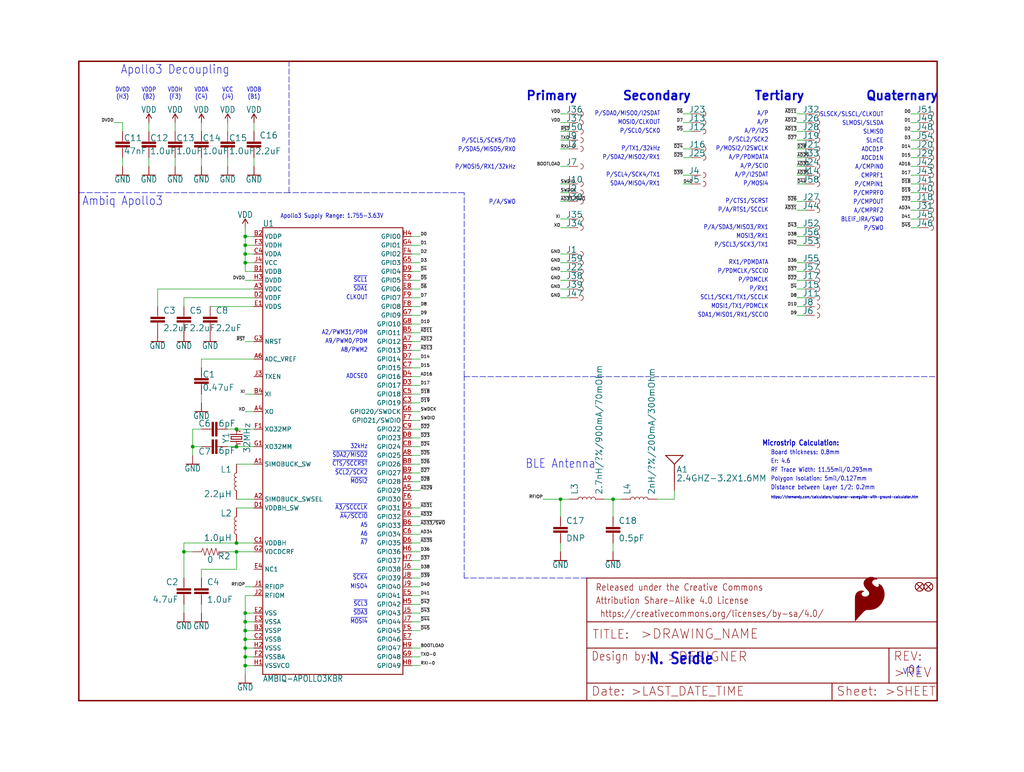
<source format=kicad_sch>
(kicad_sch (version 20211123) (generator eeschema)
  (paper "User" 297.002 223.926)
  (junction (at 68.58 129.54))
  (junction (at 71.12 76.2))
  (junction (at 71.12 185.42))
  (junction (at 68.58 160.02))
  (junction (at 71.12 187.96))
  (junction (at 71.12 193.04))
  (junction (at 53.34 160.02))
  (junction (at 71.12 68.58))
  (junction (at 71.12 177.8))
  (junction (at 55.88 129.54))
  (junction (at 71.12 71.12))
  (junction (at 71.12 73.66))
  (junction (at 162.56 144.78))
  (junction (at 71.12 180.34))
  (junction (at 71.12 190.5))
  (junction (at 177.8 144.78))
  (junction (at 68.58 124.46))
  (junction (at 71.12 182.88))
  (junction (at 68.58 157.48))
  (wire (pts (xy 233.68 48.26) (xy 231.14 48.26)))
  (polyline (pts (xy 134.62 109.22) (xy 134.62 55.88)))
  (wire (pts (xy 165.1 40.64) (xy 162.56 40.64)))
  (polyline (pts (xy 83.82 55.88) (xy 83.82 17.78)))
  (wire (pts (xy 35.56 38.1) (xy 35.56 35.56)))
  (wire (pts (xy 71.12 73.66) (xy 71.12 71.12)))
  (wire (pts (xy 233.68 38.1) (xy 231.14 38.1)))
  (wire (pts (xy 119.38 142.24) (xy 121.92 142.24)))
  (wire (pts (xy 165.1 58.42) (xy 162.56 58.42)))
  (wire (pts (xy 119.38 180.34) (xy 121.92 180.34)))
  (wire (pts (xy 233.68 50.8) (xy 231.14 50.8)))
  (wire (pts (xy 266.7 58.42) (xy 264.16 58.42)))
  (wire (pts (xy 73.66 134.62) (xy 68.58 134.62)))
  (wire (pts (xy 119.38 96.52) (xy 121.92 96.52)))
  (wire (pts (xy 233.68 78.74) (xy 231.14 78.74)))
  (wire (pts (xy 119.38 76.2) (xy 121.92 76.2)))
  (wire (pts (xy 73.66 124.46) (xy 68.58 124.46)))
  (wire (pts (xy 43.18 35.56) (xy 43.18 38.1)))
  (wire (pts (xy 71.12 193.04) (xy 71.12 195.58)))
  (wire (pts (xy 266.7 43.18) (xy 264.16 43.18)))
  (wire (pts (xy 266.7 38.1) (xy 264.16 38.1)))
  (wire (pts (xy 119.38 116.84) (xy 121.92 116.84)))
  (wire (pts (xy 55.88 129.54) (xy 55.88 132.08)))
  (wire (pts (xy 73.66 119.38) (xy 71.12 119.38)))
  (wire (pts (xy 71.12 185.42) (xy 71.12 187.96)))
  (wire (pts (xy 73.66 180.34) (xy 71.12 180.34)))
  (wire (pts (xy 165.1 83.82) (xy 162.56 83.82)))
  (wire (pts (xy 266.7 40.64) (xy 264.16 40.64)))
  (wire (pts (xy 157.48 144.78) (xy 162.56 144.78)))
  (wire (pts (xy 119.38 162.56) (xy 121.92 162.56)))
  (wire (pts (xy 233.68 53.34) (xy 231.14 53.34)))
  (wire (pts (xy 58.42 124.46) (xy 55.88 124.46)))
  (wire (pts (xy 165.1 144.78) (xy 162.56 144.78)))
  (wire (pts (xy 162.56 144.78) (xy 162.56 149.86)))
  (wire (pts (xy 266.7 50.8) (xy 264.16 50.8)))
  (wire (pts (xy 119.38 124.46) (xy 121.92 124.46)))
  (wire (pts (xy 73.66 182.88) (xy 71.12 182.88)))
  (wire (pts (xy 119.38 152.4) (xy 121.92 152.4)))
  (wire (pts (xy 165.1 35.56) (xy 162.56 35.56)))
  (wire (pts (xy 53.34 177.8) (xy 53.34 175.26)))
  (wire (pts (xy 165.1 86.36) (xy 162.56 86.36)))
  (wire (pts (xy 119.38 147.32) (xy 121.92 147.32)))
  (wire (pts (xy 165.1 43.18) (xy 162.56 43.18)))
  (wire (pts (xy 233.68 35.56) (xy 231.14 35.56)))
  (wire (pts (xy 58.42 116.84) (xy 58.42 114.3)))
  (wire (pts (xy 73.66 147.32) (xy 68.58 147.32)))
  (wire (pts (xy 73.66 177.8) (xy 71.12 177.8)))
  (wire (pts (xy 233.68 45.72) (xy 231.14 45.72)))
  (wire (pts (xy 71.12 182.88) (xy 71.12 185.42)))
  (wire (pts (xy 200.66 53.34) (xy 198.12 53.34)))
  (wire (pts (xy 71.12 187.96) (xy 71.12 190.5)))
  (wire (pts (xy 73.66 187.96) (xy 71.12 187.96)))
  (wire (pts (xy 119.38 160.02) (xy 121.92 160.02)))
  (wire (pts (xy 73.66 71.12) (xy 71.12 71.12)))
  (wire (pts (xy 55.88 124.46) (xy 55.88 129.54)))
  (wire (pts (xy 233.68 71.12) (xy 231.14 71.12)))
  (polyline (pts (xy 134.62 167.64) (xy 134.62 109.22)))
  (wire (pts (xy 233.68 86.36) (xy 231.14 86.36)))
  (wire (pts (xy 119.38 190.5) (xy 121.92 190.5)))
  (wire (pts (xy 165.1 38.1) (xy 162.56 38.1)))
  (wire (pts (xy 119.38 187.96) (xy 121.92 187.96)))
  (wire (pts (xy 119.38 172.72) (xy 121.92 172.72)))
  (wire (pts (xy 200.66 35.56) (xy 198.12 35.56)))
  (wire (pts (xy 73.66 172.72) (xy 71.12 172.72)))
  (wire (pts (xy 119.38 121.92) (xy 121.92 121.92)))
  (wire (pts (xy 165.1 33.02) (xy 162.56 33.02)))
  (wire (pts (xy 200.66 33.02) (xy 198.12 33.02)))
  (wire (pts (xy 266.7 45.72) (xy 264.16 45.72)))
  (wire (pts (xy 119.38 134.62) (xy 121.92 134.62)))
  (wire (pts (xy 68.58 129.54) (xy 66.04 129.54)))
  (wire (pts (xy 119.38 165.1) (xy 121.92 165.1)))
  (wire (pts (xy 50.8 48.26) (xy 50.8 45.72)))
  (wire (pts (xy 73.66 129.54) (xy 68.58 129.54)))
  (wire (pts (xy 119.38 182.88) (xy 121.92 182.88)))
  (wire (pts (xy 162.56 160.02) (xy 162.56 157.48)))
  (wire (pts (xy 119.38 149.86) (xy 121.92 149.86)))
  (wire (pts (xy 71.12 68.58) (xy 71.12 66.04)))
  (wire (pts (xy 165.1 55.88) (xy 162.56 55.88)))
  (polyline (pts (xy 170.18 167.64) (xy 134.62 167.64)))
  (wire (pts (xy 73.66 68.58) (xy 71.12 68.58)))
  (wire (pts (xy 233.68 83.82) (xy 231.14 83.82)))
  (wire (pts (xy 165.1 81.28) (xy 162.56 81.28)))
  (wire (pts (xy 162.56 48.26) (xy 165.1 48.26)))
  (wire (pts (xy 165.1 78.74) (xy 162.56 78.74)))
  (wire (pts (xy 200.66 45.72) (xy 198.12 45.72)))
  (wire (pts (xy 73.66 73.66) (xy 71.12 73.66)))
  (wire (pts (xy 233.68 58.42) (xy 231.14 58.42)))
  (wire (pts (xy 119.38 170.18) (xy 121.92 170.18)))
  (wire (pts (xy 73.66 193.04) (xy 71.12 193.04)))
  (wire (pts (xy 266.7 35.56) (xy 264.16 35.56)))
  (wire (pts (xy 119.38 93.98) (xy 121.92 93.98)))
  (wire (pts (xy 73.66 114.3) (xy 71.12 114.3)))
  (wire (pts (xy 71.12 180.34) (xy 71.12 182.88)))
  (wire (pts (xy 119.38 157.48) (xy 121.92 157.48)))
  (wire (pts (xy 71.12 76.2) (xy 71.12 73.66)))
  (wire (pts (xy 73.66 86.36) (xy 53.34 86.36)))
  (wire (pts (xy 73.66 83.82) (xy 45.72 83.82)))
  (wire (pts (xy 73.66 144.78) (xy 68.58 144.78)))
  (wire (pts (xy 233.68 91.44) (xy 231.14 91.44)))
  (wire (pts (xy 119.38 68.58) (xy 121.92 68.58)))
  (wire (pts (xy 73.66 170.18) (xy 71.12 170.18)))
  (wire (pts (xy 55.88 160.02) (xy 53.34 160.02)))
  (wire (pts (xy 119.38 106.68) (xy 121.92 106.68)))
  (wire (pts (xy 121.92 129.54) (xy 119.38 129.54)))
  (wire (pts (xy 165.1 66.04) (xy 162.56 66.04)))
  (wire (pts (xy 119.38 175.26) (xy 121.92 175.26)))
  (wire (pts (xy 43.18 48.26) (xy 43.18 45.72)))
  (wire (pts (xy 119.38 78.74) (xy 121.92 78.74)))
  (wire (pts (xy 119.38 73.66) (xy 121.92 73.66)))
  (wire (pts (xy 233.68 76.2) (xy 231.14 76.2)))
  (wire (pts (xy 266.7 53.34) (xy 264.16 53.34)))
  (wire (pts (xy 233.68 68.58) (xy 231.14 68.58)))
  (wire (pts (xy 68.58 165.1) (xy 58.42 165.1)))
  (wire (pts (xy 165.1 53.34) (xy 162.56 53.34)))
  (wire (pts (xy 266.7 55.88) (xy 264.16 55.88)))
  (wire (pts (xy 121.92 81.28) (xy 119.38 81.28)))
  (wire (pts (xy 233.68 40.64) (xy 231.14 40.64)))
  (wire (pts (xy 266.7 33.02) (xy 264.16 33.02)))
  (wire (pts (xy 177.8 144.78) (xy 180.34 144.78)))
  (wire (pts (xy 119.38 91.44) (xy 121.92 91.44)))
  (wire (pts (xy 119.38 71.12) (xy 121.92 71.12)))
  (wire (pts (xy 58.42 129.54) (xy 55.88 129.54)))
  (wire (pts (xy 35.56 48.26) (xy 35.56 45.72)))
  (wire (pts (xy 119.38 132.08) (xy 121.92 132.08)))
  (wire (pts (xy 233.68 88.9) (xy 231.14 88.9)))
  (wire (pts (xy 266.7 63.5) (xy 264.16 63.5)))
  (wire (pts (xy 53.34 160.02) (xy 53.34 167.64)))
  (wire (pts (xy 165.1 63.5) (xy 162.56 63.5)))
  (wire (pts (xy 68.58 160.02) (xy 68.58 165.1)))
  (wire (pts (xy 121.92 167.64) (xy 119.38 167.64)))
  (wire (pts (xy 119.38 83.82) (xy 121.92 83.82)))
  (wire (pts (xy 50.8 35.56) (xy 50.8 38.1)))
  (wire (pts (xy 119.38 139.7) (xy 121.92 139.7)))
  (polyline (pts (xy 22.86 55.88) (xy 83.82 55.88)))
  (wire (pts (xy 73.66 160.02) (xy 68.58 160.02)))
  (wire (pts (xy 190.5 144.78) (xy 195.58 144.78)))
  (wire (pts (xy 195.58 144.78) (xy 195.58 142.24)))
  (wire (pts (xy 233.68 60.96) (xy 231.14 60.96)))
  (wire (pts (xy 66.04 35.56) (xy 66.04 38.1)))
  (wire (pts (xy 73.66 48.26) (xy 73.66 45.72)))
  (wire (pts (xy 58.42 165.1) (xy 58.42 167.64)))
  (wire (pts (xy 119.38 127) (xy 121.92 127)))
  (wire (pts (xy 73.66 35.56) (xy 73.66 38.1)))
  (wire (pts (xy 119.38 111.76) (xy 121.92 111.76)))
  (wire (pts (xy 73.66 76.2) (xy 71.12 76.2)))
  (wire (pts (xy 200.66 50.8) (xy 198.12 50.8)))
  (polyline (pts (xy 134.62 55.88) (xy 83.82 55.88)))
  (wire (pts (xy 58.42 104.14) (xy 58.42 106.68)))
  (wire (pts (xy 177.8 149.86) (xy 177.8 144.78)))
  (wire (pts (xy 68.58 124.46) (xy 66.04 124.46)))
  (wire (pts (xy 119.38 154.94) (xy 121.92 154.94)))
  (wire (pts (xy 58.42 177.8) (xy 58.42 175.26)))
  (wire (pts (xy 177.8 160.02) (xy 177.8 157.48)))
  (wire (pts (xy 53.34 160.02) (xy 53.34 157.48)))
  (wire (pts (xy 200.66 43.18) (xy 198.12 43.18)))
  (wire (pts (xy 175.26 144.78) (xy 177.8 144.78)))
  (wire (pts (xy 119.38 193.04) (xy 121.92 193.04)))
  (wire (pts (xy 58.42 35.56) (xy 58.42 38.1)))
  (wire (pts (xy 119.38 104.14) (xy 121.92 104.14)))
  (wire (pts (xy 71.12 78.74) (xy 71.12 76.2)))
  (wire (pts (xy 73.66 185.42) (xy 71.12 185.42)))
  (wire (pts (xy 73.66 99.06) (xy 71.12 99.06)))
  (wire (pts (xy 71.12 190.5) (xy 71.12 193.04)))
  (wire (pts (xy 71.12 71.12) (xy 71.12 68.58)))
  (wire (pts (xy 233.68 43.18) (xy 231.14 43.18)))
  (wire (pts (xy 266.7 60.96) (xy 264.16 60.96)))
  (wire (pts (xy 71.12 177.8) (xy 71.12 180.34)))
  (wire (pts (xy 73.66 104.14) (xy 58.42 104.14)))
  (wire (pts (xy 233.68 33.02) (xy 231.14 33.02)))
  (wire (pts (xy 33.02 35.56) (xy 35.56 35.56)))
  (wire (pts (xy 73.66 157.48) (xy 68.58 157.48)))
  (wire (pts (xy 233.68 81.28) (xy 231.14 81.28)))
  (wire (pts (xy 73.66 78.74) (xy 71.12 78.74)))
  (wire (pts (xy 66.04 48.26) (xy 66.04 45.72)))
  (wire (pts (xy 233.68 66.04) (xy 231.14 66.04)))
  (wire (pts (xy 71.12 172.72) (xy 71.12 177.8)))
  (wire (pts (xy 68.58 160.02) (xy 66.04 160.02)))
  (wire (pts (xy 165.1 73.66) (xy 162.56 73.66)))
  (wire (pts (xy 119.38 114.3) (xy 121.92 114.3)))
  (wire (pts (xy 119.38 101.6) (xy 121.92 101.6)))
  (wire (pts (xy 71.12 190.5) (xy 73.66 190.5)))
  (polyline (pts (xy 134.62 109.22) (xy 271.78 109.22)))
  (wire (pts (xy 58.42 48.26) (xy 58.42 45.72)))
  (wire (pts (xy 73.66 81.28) (xy 71.12 81.28)))
  (wire (pts (xy 73.66 88.9) (xy 60.96 88.9)))
  (wire (pts (xy 200.66 38.1) (xy 198.12 38.1)))
  (wire (pts (xy 119.38 137.16) (xy 121.92 137.16)))
  (wire (pts (xy 53.34 86.36) (xy 53.34 88.9)))
  (wire (pts (xy 119.38 86.36) (xy 121.92 86.36)))
  (wire (pts (xy 119.38 119.38) (xy 121.92 119.38)))
  (wire (pts (xy 119.38 88.9) (xy 121.92 88.9)))
  (wire (pts (xy 119.38 109.22) (xy 121.92 109.22)))
  (wire (pts (xy 119.38 99.06) (xy 121.92 99.06)))
  (wire (pts (xy 45.72 83.82) (xy 45.72 88.9)))
  (wire (pts (xy 266.7 66.04) (xy 264.16 66.04)))
  (wire (pts (xy 119.38 177.8) (xy 121.92 177.8)))
  (wire (pts (xy 266.7 48.26) (xy 264.16 48.26)))
  (wire (pts (xy 68.58 157.48) (xy 53.34 157.48)))
  (wire (pts (xy 165.1 76.2) (xy 162.56 76.2)))
  (text "~{SCL1}" (at 106.68 81.28 180) (effects (font (size 1.27 1.0795)) (justify right)))
  (text "~{A7}" (at 106.68 157.48 180) (effects (font (size 1.27 1.0795)) (justify right)))
  (text "~{SCL3}" (at 106.68 175.26 180) (effects (font (size 1.27 1.0795)) (justify right)))
  (text "~" (at 106.68 142.24 180) (effects (font (size 1.27 1.0795)) (justify right)))
  (text "P/SCL3/SCK3/TX1" (at 222.885 71.12 180) (effects (font (size 1.27 1.0795)) (justify right)))
  (text "Secondary" (at 190.5 27.94 180) (effects (font (size 2.54 2.54) (thickness 0.508) bold)))
  (text "P/MOSI2/I2SWCLK" (at 222.885 43.18 180) (effects (font (size 1.27 1.0795)) (justify right)))
  (text "32kHz" (at 106.68 129.54 180) (effects (font (size 1.27 1.0795)) (justify right)))
  (text "P/CTS1/SCRST" (at 222.885 58.42 180) (effects (font (size 1.27 1.0795)) (justify right)))
  (text "VCC\n(J4)" (at 66.04 25.4 180) (effects (font (size 1.27 1.0795)) (justify top)))
  (text "Tertiary" (at 226.06 27.94 180) (effects (font (size 2.54 2.54) (thickness 0.508) bold)))
  (text "RF Trace Width: 11.55mil/0.293mm" (at 223.52 137.16 180) (effects (font (size 1.27 1.0795)) (justify left bottom)))
  (text "DVDD\n(H3)" (at 35.56 25.4 180) (effects (font (size 1.27 1.0795)) (justify top)))
  (text "~" (at 106.68 78.74 180) (effects (font (size 1.27 1.0795)) (justify right)))
  (text "P/TX1/32kHz" (at 191.516 43.18 180) (effects (font (size 1.27 1.0795)) (justify right)))
  (text "Ambiq Apollo3" (at 35.56 58.42 180) (effects (font (size 2.54 2.159))))
  (text "Polygon Isolation: 5mil/0.127mm" (at 223.52 139.7 180) (effects (font (size 1.27 1.0795)) (justify left bottom)))
  (text "BLEIF_IRA/SWO" (at 256.286 63.754 180) (effects (font (size 1.27 1.0795)) (justify right)))
  (text "ADCD1N" (at 256.286 45.974 180) (effects (font (size 1.27 1.0795)) (justify right)))
  (text "Distance between Layer 1/2: 0.2mm" (at 223.52 142.24 180) (effects (font (size 1.27 1.0795)) (justify left bottom)))
  (text "SCL1/SCK1/TX1/SCCLK" (at 222.885 86.36 180) (effects (font (size 1.27 1.0795)) (justify right)))
  (text "v01" (at 261.62 193.04 180) (effects (font (size 2.54 2.159)) (justify left top)))
  (text "VDDA\n(C4)" (at 58.42 25.4 180) (effects (font (size 1.27 1.0795)) (justify top)))
  (text "A/P/SCIO" (at 222.885 48.26 180) (effects (font (size 1.27 1.0795)) (justify right)))
  (text "CLKOUT" (at 106.68 86.36 180) (effects (font (size 1.27 1.0795)) (justify right)))
  (text "A5" (at 106.68 152.4 180) (effects (font (size 1.27 1.0795)) (justify right)))
  (text "P/PDMCLK" (at 222.885 81.28 180) (effects (font (size 1.27 1.0795)) (justify right)))
  (text "P/SCL2/SCK2" (at 222.885 40.64 180) (effects (font (size 1.27 1.0795)) (justify right)))
  (text "SLSCK/SLSCL/CLKOUT" (at 256.286 33.274 180) (effects (font (size 1.27 1.0795)) (justify right)))
  (text "SLMISO" (at 256.286 38.354 180) (effects (font (size 1.27 1.0795)) (justify right)))
  (text "MOSI0/CLKOUT" (at 191.516 35.56 180) (effects (font (size 1.27 1.0795)) (justify right)))
  (text "A/P" (at 222.885 35.56 180) (effects (font (size 1.27 1.0795)) (justify right)))
  (text "Board thickness: 0.8mm" (at 223.52 132.08 180) (effects (font (size 1.27 1.0795)) (justify left bottom)))
  (text "BLE Antenna" (at 162.56 134.62 180) (effects (font (size 2.54 2.159))))
  (text "~" (at 106.68 182.88 180) (effects (font (size 1.27 1.0795)) (justify right)))
  (text "~{SDA2/MISO2}" (at 106.68 132.08 180) (effects (font (size 1.27 1.0795)) (justify right)))
  (text "P/A/RTS1/SCCLK" (at 222.885 60.96 180) (effects (font (size 1.27 1.0795)) (justify right)))
  (text "Microstrip Calculation:" (at 220.98 129.54 180) (effects (font (size 1.524 1.2954) (thickness 0.2591) bold) (justify left bottom)))
  (text "https://chemandy.com/calculators/coplanar-waveguide-with-ground-calculator.htm" (at 223.52 144.78 0) (effects (font (size 0.762 0.6477)) (justify left bottom)))
  (text "VDDP\n(B2)" (at 43.18 25.4 180) (effects (font (size 1.27 1.0795)) (justify top)))
  (text "P/PDMCLK/SCCIO" (at 222.885 78.74 180) (effects (font (size 1.27 1.0795)) (justify right)))
  (text "A8/PWM2" (at 106.68 101.6 180) (effects (font (size 1.27 1.0795)) (justify right)))
  (text "ADCD1P" (at 256.286 43.434 180) (effects (font (size 1.27 1.0795)) (justify right)))
  (text "P/A/SWO" (at 149.606 58.674 180) (effects (font (size 1.27 1.0795)) (justify right)))
  (text "P/CMPRF0" (at 256.286 56.134 180) (effects (font (size 1.27 1.0795)) (justify right)))
  (text "~{A4/SCCIO}" (at 106.68 149.86 180) (effects (font (size 1.27 1.0795)) (justify right)))
  (text "P/CMPIN1" (at 256.286 53.594 180) (effects (font (size 1.27 1.0795)) (justify right)))
  (text "Apollo3 Decoupling" (at 50.8 20.32 180) (effects (font (size 2.54 2.159))))
  (text "~{A3/SCCCLK}" (at 106.68 147.32 180) (effects (font (size 1.27 1.0795)) (justify right)))
  (text "~{SCL2/SCK2}" (at 106.68 137.16 180) (effects (font (size 1.27 1.0795)) (justify right)))
  (text "SDA1/MISO1/RX1/SCCIO" (at 222.885 91.44 180) (effects (font (size 1.27 1.0795)) (justify right)))
  (text "~" (at 106.68 187.96 180) (effects (font (size 1.27 1.0795)) (justify right)))
  (text "VDDB\n(B1)" (at 73.66 25.4 180) (effects (font (size 1.27 1.0795)) (justify top)))
  (text "Apollo3 Supply Range: 1.755-3.63V" (at 81.28 63.5 180) (effects (font (size 1.27 1.0795)) (justify left bottom)))
  (text "A/P/PDMDATA" (at 222.885 45.72 180) (effects (font (size 1.27 1.0795)) (justify right)))
  (text "ADCSE0" (at 106.68 109.22 180) (effects (font (size 1.27 1.0795)) (justify right)))
  (text "A/P" (at 222.885 33.02 180) (effects (font (size 1.27 1.0795)) (justify right)))
  (text "A/P/I2S" (at 222.885 38.1 180) (effects (font (size 1.27 1.0795)) (justify right)))
  (text "MISO4" (at 106.68 170.18 180) (effects (font (size 1.27 1.0795)) (justify right)))
  (text "VDDH\n(F3)" (at 50.8 25.4 180) (effects (font (size 1.27 1.0795)) (justify top)))
  (text "P/CMPOUT" (at 256.286 58.674 180) (effects (font (size 1.27 1.0795)) (justify right)))
  (text "P/SDA5/MISO5/RX0" (at 149.606 43.434 180) (effects (font (size 1.27 1.0795)) (justify right)))
  (text "Primary" (at 160.02 27.94 180) (effects (font (size 2.54 2.54) (thickness 0.508) bold)))
  (text "A/CMPIN0" (at 256.286 48.514 180) (effects (font (size 1.27 1.0795)) (justify right)))
  (text "Quaternary" (at 261.62 27.94 180) (effects (font (size 2.54 2.54) (thickness 0.508) bold)))
  (text "SLMOSI/SLSDA" (at 256.286 35.814 180) (effects (font (size 1.27 1.0795)) (justify right)))
  (text "A/CMPRF2" (at 256.286 61.214 180) (effects (font (size 1.27 1.0795)) (justify right)))
  (text "P/A/SDA3/MISO3/RX1" (at 222.885 66.04 180) (effects (font (size 1.27 1.0795)) (justify right)))
  (text "~{SDA3}" (at 106.68 177.8 180) (effects (font (size 1.27 1.0795)) (justify right)))
  (text "P/MOSI4" (at 222.885 53.34 180) (effects (font (size 1.27 1.0795)) (justify right)))
  (text "P/SCL5/SCK5/TX0" (at 149.606 40.894 180) (effects (font (size 1.27 1.0795)) (justify right)))
  (text "~{SCK4}" (at 106.68 167.64 180) (effects (font (size 1.27 1.0795)) (justify right)))
  (text "P/SWO" (at 256.286 66.294 180) (effects (font (size 1.27 1.0795)) (justify right)))
  (text "SDA4/MISO4/RX1" (at 191.516 53.34 180) (effects (font (size 1.27 1.0795)) (justify right)))
  (text "RX1/PDMDATA" (at 222.885 76.2 180) (effects (font (size 1.27 1.0795)) (justify right)))
  (text "A/P/I2SDAT" (at 222.885 50.8 180) (effects (font (size 1.27 1.0795)) (justify right)))
  (text "A9/PWM0/PDM" (at 106.68 99.06 180) (effects (font (size 1.27 1.0795)) (justify right)))
  (text "P/SCL4/SCK4/TX1" (at 191.516 50.8 180) (effects (font (size 1.27 1.0795)) (justify right)))
  (text "P/SCL0/SCK0" (at 191.516 38.1 180) (effects (font (size 1.27 1.0795)) (justify right)))
  (text "P/SDA0/MISO0/I2SDAT" (at 191.516 33.02 180) (effects (font (size 1.27 1.0795)) (justify right)))
  (text "SLnCE" (at 256.286 40.894 180) (effects (font (size 1.27 1.0795)) (justify right)))
  (text "P/SDA2/MISO2/RX1" (at 191.516 45.72 180) (effects (font (size 1.27 1.0795)) (justify right)))
  (text "~{MOSI2}" (at 106.68 139.7 180) (effects (font (size 1.27 1.0795)) (justify right)))
  (text "~{CTS/SCCRST}" (at 106.68 134.62 180) (effects (font (size 1.27 1.0795)) (justify right)))
  (text "N. Seidle" (at 187.96 193.04 180) (effects (font (size 3.175 2.6987) (thickness 0.5397) bold) (justify left bottom)))
  (text "MOSI3/RX1" (at 222.885 68.58 180) (effects (font (size 1.27 1.0795)) (justify right)))
  (text "P/MOSI5/RX1/32kHz" (at 149.606 48.514 180) (effects (font (size 1.27 1.0795)) (justify right)))
  (text "Er: 4.6" (at 223.52 134.62 180) (effects (font (size 1.27 1.0795)) (justify left bottom)))
  (text "CMPRF1" (at 256.286 51.054 180) (effects (font (size 1.27 1.0795)) (justify right)))
  (text "MOSI1/TX1/PDMCLK" (at 222.885 88.9 180) (effects (font (size 1.27 1.0795)) (justify right)))
  (text "A6" (at 106.68 154.94 180) (effects (font (size 1.27 1.0795)) (justify right)))
  (text "A2/PWM31/PDM" (at 106.68 96.52 180) (effects (font (size 1.27 1.0795)) (justify right)))
  (text "~{MOSI4}" (at 106.68 180.34 180) (effects (font (size 1.27 1.0795)) (justify right)))
  (text "P/RX1" (at 222.885 83.82 180) (effects (font (size 1.27 1.0795)) (justify right)))
  (text "~{SDA1}" (at 106.68 83.82 180) (effects (font (size 1.27 1.0795)) (justify right)))
  (label "D1" (at 264.16 35.56 180) (effects (font (size 0.889 0.889))))
  (label "D14" (at 264.16 43.18 180) (effects (font (size 0.889 0.889))))
  (label "D40" (at 121.92 170.18 0) (effects (font (size 0.889 0.889))))
  (label "D0" (at 121.92 68.58 0) (effects (font (size 0.889 0.889))))
  (label "RFIOP" (at 71.12 170.18 180) (effects (font (size 0.889 0.889))))
  (label "D40" (at 198.12 53.34 0) (effects (font (size 0.889 0.889))))
  (label "D7" (at 121.92 86.36 0) (effects (font (size 0.889 0.889))))
  (label "D17" (at 264.16 50.8 180) (effects (font (size 0.889 0.889))))
  (label "~{AD12}" (at 121.92 99.06 0) (effects (font (size 0.889 0.889))))
  (label "~{AD32}" (at 121.92 149.86 0) (effects (font (size 0.889 0.889))))
  (label "~{AD35}" (at 231.14 50.8 0) (effects (font (size 0.889 0.889))))
  (label "~{AD29}" (at 231.14 45.72 0) (effects (font (size 0.889 0.889))))
  (label "~{AD31}" (at 121.92 147.32 0) (effects (font (size 0.889 0.889))))
  (label "~{AD12}" (at 231.14 35.56 180) (effects (font (size 0.889 0.889))))
  (label "~{D24}" (at 198.12 43.18 180) (effects (font (size 0.889 0.889))))
  (label "~{D22}" (at 231.14 81.28 180) (effects (font (size 0.889 0.889))))
  (label "~{AD33/SWO}" (at 162.56 58.42 0) (effects (font (size 0.889 0.889))))
  (label "D9" (at 231.14 91.44 180) (effects (font (size 0.889 0.889))))
  (label "~{D26}" (at 231.14 58.42 180) (effects (font (size 0.889 0.889))))
  (label "~{D43}" (at 121.92 177.8 0) (effects (font (size 0.889 0.889))))
  (label "~{D6}" (at 121.92 83.82 0) (effects (font (size 0.889 0.889))))
  (label "D0" (at 264.16 33.02 180) (effects (font (size 0.889 0.889))))
  (label "GND" (at 162.56 81.28 180) (effects (font (size 0.889 0.889))))
  (label "DVDD" (at 71.12 81.28 180) (effects (font (size 0.889 0.889))))
  (label "BOOTLOAD" (at 162.56 48.26 180) (effects (font (size 0.889 0.889))))
  (label "~{AD11}" (at 231.14 33.02 180) (effects (font (size 0.889 0.889))))
  (label "~{D5}" (at 121.92 81.28 0) (effects (font (size 0.889 0.889))))
  (label "~{D4}" (at 121.92 78.74 0) (effects (font (size 0.889 0.889))))
  (label "D3" (at 121.92 76.2 0) (effects (font (size 0.889 0.889))))
  (label "D8" (at 121.92 88.9 0) (effects (font (size 0.889 0.889))))
  (label "~{D23}" (at 121.92 127 0) (effects (font (size 0.889 0.889))))
  (label "~{D44}" (at 121.92 180.34 0) (effects (font (size 0.889 0.889))))
  (label "D9" (at 121.92 91.44 0) (effects (font (size 0.889 0.889))))
  (label "~{AD32}" (at 231.14 48.26 0) (effects (font (size 0.889 0.889))))
  (label "D8" (at 231.14 86.36 180) (effects (font (size 0.889 0.889))))
  (label "AD16" (at 264.16 48.26 180) (effects (font (size 0.889 0.889))))
  (label "SWDCK" (at 121.92 119.38 0) (effects (font (size 0.889 0.889))))
  (label "~{D42}" (at 231.14 71.12 180) (effects (font (size 0.889 0.889))))
  (label "GND" (at 162.56 78.74 180) (effects (font (size 0.889 0.889))))
  (label "RXI-0" (at 162.56 43.18 0) (effects (font (size 0.889 0.889))))
  (label "D1" (at 121.92 71.12 0) (effects (font (size 0.889 0.889))))
  (label "D14" (at 121.92 104.14 0) (effects (font (size 0.889 0.889))))
  (label "AD34" (at 264.16 60.96 180) (effects (font (size 0.889 0.889))))
  (label "~{AD11}" (at 121.92 96.52 0) (effects (font (size 0.889 0.889))))
  (label "~{D4}" (at 231.14 83.82 180) (effects (font (size 0.889 0.889))))
  (label "D2" (at 121.92 73.66 0) (effects (font (size 0.889 0.889))))
  (label "XO" (at 71.12 119.38 180) (effects (font (size 0.889 0.889))))
  (label "~{D37}" (at 231.14 78.74 180) (effects (font (size 0.889 0.889))))
  (label "~{D39}" (at 121.92 167.64 0) (effects (font (size 0.889 0.889))))
  (label "BOOTLOAD" (at 121.92 187.96 0) (effects (font (size 0.889 0.889))))
  (label "~{D25}" (at 198.12 45.72 180) (effects (font (size 0.889 0.889))))
  (label "XI" (at 162.56 63.5 180) (effects (font (size 0.889 0.889))))
  (label "TXO-0" (at 162.56 40.64 0) (effects (font (size 0.889 0.889))))
  (label "~{AD13}" (at 121.92 101.6 0) (effects (font (size 0.889 0.889))))
  (label "RFIOP" (at 157.48 144.78 180) (effects (font (size 0.889 0.889))))
  (label "D3" (at 264.16 40.64 180) (effects (font (size 0.889 0.889))))
  (label "~{D44}" (at 231.14 53.34 0) (effects (font (size 0.889 0.889))))
  (label "XI" (at 71.12 114.3 180) (effects (font (size 0.889 0.889))))
  (label "D36" (at 121.92 160.02 0) (effects (font (size 0.889 0.889))))
  (label "D38" (at 231.14 68.58 180) (effects (font (size 0.889 0.889))))
  (label "~{D27}" (at 231.14 40.64 180) (effects (font (size 0.889 0.889))))
  (label "~{AD31}" (at 231.14 60.96 180) (effects (font (size 0.889 0.889))))
  (label "VDD" (at 162.56 33.02 180) (effects (font (size 0.889 0.889))))
  (label "~{D5}" (at 198.12 38.1 180) (effects (font (size 0.889 0.889))))
  (label "~{AD33/SWO}" (at 121.92 152.4 0) (effects (font (size 0.889 0.889))))
  (label "DVDD" (at 33.02 35.56 180) (effects (font (size 0.889 0.889))))
  (label "GND" (at 162.56 83.82 180) (effects (font (size 0.889 0.889))))
  (label "~{D28}" (at 231.14 43.18 0) (effects (font (size 0.889 0.889))))
  (label "~{D19}" (at 264.16 55.88 180) (effects (font (size 0.889 0.889))))
  (label "GND" (at 162.56 73.66 180) (effects (font (size 0.889 0.889))))
  (label "D41" (at 121.92 172.72 0) (effects (font (size 0.889 0.889))))
  (label "~{D27}" (at 121.92 137.16 0) (effects (font (size 0.889 0.889))))
  (label "RXI-0" (at 121.92 193.04 0) (effects (font (size 0.889 0.889))))
  (label "AD34" (at 121.92 154.94 0) (effects (font (size 0.889 0.889))))
  (label "GND" (at 162.56 76.2 180) (effects (font (size 0.889 0.889))))
  (label "~{D6}" (at 198.12 33.02 180) (effects (font (size 0.889 0.889))))
  (label "~{RST}" (at 71.12 99.06 180) (effects (font (size 0.889 0.889))))
  (label "~{D24}" (at 121.92 129.54 0) (effects (font (size 0.889 0.889))))
  (label "~{AD35}" (at 121.92 157.48 0) (effects (font (size 0.889 0.889))))
  (label "D17" (at 121.92 111.76 0) (effects (font (size 0.889 0.889))))
  (label "~{D37}" (at 121.92 162.56 0) (effects (font (size 0.889 0.889))))
  (label "GND" (at 162.56 86.36 180) (effects (font (size 0.889 0.889))))
  (label "~{D43}" (at 231.14 66.04 180) (effects (font (size 0.889 0.889))))
  (label "~{D39}" (at 198.12 50.8 180) (effects (font (size 0.889 0.889))))
  (label "~{D19}" (at 121.92 116.84 0) (effects (font (size 0.889 0.889))))
  (label "~{D22}" (at 121.92 124.46 0) (effects (font (size 0.889 0.889))))
  (label "~{D45}" (at 121.92 182.88 0) (effects (font (size 0.889 0.889))))
  (label "~{D23}" (at 264.16 58.42 180) (effects (font (size 0.889 0.889))))
  (label "D41" (at 264.16 63.5 180) (effects (font (size 0.889 0.889))))
  (label "D15" (at 264.16 45.72 180) (effects (font (size 0.889 0.889))))
  (label "D7" (at 198.12 35.56 180) (effects (font (size 0.889 0.889))))
  (label "~{AD13}" (at 231.14 38.1 180) (effects (font (size 0.889 0.889))))
  (label "SWDIO" (at 121.92 121.92 0) (effects (font (size 0.889 0.889))))
  (label "~{D28}" (at 121.92 139.7 0) (effects (font (size 0.889 0.889))))
  (label "D10" (at 231.14 88.9 180) (effects (font (size 0.889 0.889))))
  (label "AD16" (at 121.92 109.22 0) (effects (font (size 0.889 0.889))))
  (label "D10" (at 121.92 93.98 0) (effects (font (size 0.889 0.889))))
  (label "~{D25}" (at 121.92 132.08 0) (effects (font (size 0.889 0.889))))
  (label "D36" (at 231.14 76.2 180) (effects (font (size 0.889 0.889))))
  (label "~{D42}" (at 121.92 175.26 0) (effects (font (size 0.889 0.889))))
  (label "VDD" (at 162.56 35.56 180) (effects (font (size 0.889 0.889))))
  (label "~{D45}" (at 264.16 66.04 180) (effects (font (size 0.889 0.889))))
  (label "~{D26}" (at 121.92 134.62 0) (effects (font (size 0.889 0.889))))
  (label "~{RST}" (at 162.56 38.1 0) (effects (font (size 0.889 0.889))))
  (label "D2" (at 264.16 38.1 180) (effects (font (size 0.889 0.889))))
  (label "D15" (at 121.92 106.68 0) (effects (font (size 0.889 0.889))))
  (label "SWDIO" (at 162.56 53.34 0) (effects (font (size 0.889 0.889))))
  (label "SWDCK" (at 162.56 55.88 0) (effects (font (size 0.889 0.889))))
  (label "D38" (at 121.92 165.1 0) (effects (font (size 0.889 0.889))))
  (label "~{D18}" (at 121.92 114.3 0) (effects (font (size 0.889 0.889))))
  (label "TXO-0" (at 121.92 190.5 0) (effects (font (size 0.889 0.889))))
  (label "~{AD29}" (at 121.92 142.24 0) (effects (font (size 0.889 0.889))))
  (label "~{D18}" (at 264.16 53.34 180) (effects (font (size 0.889 0.889))))
  (label "XO" (at 162.56 66.04 180) (effects (font (size 0.889 0.889))))
  (symbol (lib_id "eagleSchem-eagle-import:PAD.4X.6") (at 165.1 43.18 0) (unit 1)
    (property "Reference" "J3" (at 164.084 42.926 0) (effects (font (size 1.778 1.778)) (justify left bottom)))
    (property "Value" "PAD.4X.6" (effects hide))
    (property "Footprint" "eagleSchem:MODULE_PAD" (effects hide))
  )
  (symbol (lib_id "eagleSchem-eagle-import:1.0UF-0402-TIGHT-16V-10%") (at 50.8 43.18 0) (unit 1)
    (property "Reference" "C13" (at 51.054 41.021 0) (effects (font (size 1.778 1.778)) (justify left bottom)))
    (property "Value" "1.0uF" (at 51.054 42.799 0) (effects (font (size 1.778 1.778)) (justify left top)))
    (property "Footprint" "eagleSchem:0402-TIGHT" (effects hide))
  )
  (symbol (lib_id "eagleSchem-eagle-import:SFE_LOGO_FLAME.05_INCH_INTERNAL") (at 247.65 180.594 0) (unit 1)
    (property "Reference" "LOGO1" (effects hide))
    (property "Value" "SFE_LOGO_FLAME.05_INCH_INTERNAL" (effects hide))
    (property "Footprint" "eagleSchem:SFE_LOGO_FLAME_INTERNAL_0.05" (effects hide))
  )
  (symbol (lib_id "eagleSchem-eagle-import:1.0UF-0402-TIGHT-16V-10%") (at 43.18 43.18 0) (unit 1)
    (property "Reference" "C12" (at 43.434 41.021 0) (effects (font (size 1.778 1.778)) (justify left bottom)))
    (property "Value" "1.0uF" (at 43.434 42.799 0) (effects (font (size 1.778 1.778)) (justify left top)))
    (property "Footprint" "eagleSchem:0402-TIGHT" (effects hide))
  )
  (symbol (lib_id "eagleSchem-eagle-import:PAD.4X.6") (at 165.1 55.88 0) (unit 1)
    (property "Reference" "J2" (at 164.084 55.626 0) (effects (font (size 1.778 1.778)) (justify left bottom)))
    (property "Value" "PAD.4X.6" (effects hide))
    (property "Footprint" "eagleSchem:MODULE_PAD" (effects hide))
  )
  (symbol (lib_id "eagleSchem-eagle-import:FRAME-LETTER") (at 22.86 203.2 0) (unit 1)
    (property "Reference" "FRAME1" (effects hide))
    (property "Value" "FRAME-LETTER" (effects hide))
    (property "Footprint" "eagleSchem:CREATIVE_COMMONS" (effects hide))
  )
  (symbol (lib_id "eagleSchem-eagle-import:PAD.4X.6") (at 266.7 55.88 0) (unit 1)
    (property "Reference" "J40" (at 265.684 55.626 0) (effects (font (size 1.778 1.778)) (justify left bottom)))
    (property "Value" "PAD.4X.6" (effects hide))
    (property "Footprint" "eagleSchem:MODULE_PAD" (effects hide))
  )
  (symbol (lib_id "eagleSchem-eagle-import:FRAME-LETTER") (at 170.18 203.2 0) (unit 2)
    (property "Reference" "FRAME1" (effects hide))
    (property "Value" "FRAME-LETTER" (effects hide))
    (property "Footprint" "eagleSchem:CREATIVE_COMMONS" (effects hide))
  )
  (symbol (lib_id "eagleSchem-eagle-import:1.0UF-0402-TIGHT-16V-10%") (at 66.04 43.18 0) (unit 1)
    (property "Reference" "C15" (at 66.294 41.021 0) (effects (font (size 1.778 1.778)) (justify left bottom)))
    (property "Value" "1.0uF" (at 66.294 42.799 0) (effects (font (size 1.778 1.778)) (justify left top)))
    (property "Footprint" "eagleSchem:0402-TIGHT" (effects hide))
  )
  (symbol (lib_id "eagleSchem-eagle-import:470NF-0402_TIGHT-6.3V-10%-X5R") (at 58.42 111.76 0) (unit 1)
    (property "Reference" "C1" (at 58.674 109.601 0) (effects (font (size 1.778 1.778)) (justify left bottom)))
    (property "Value" "0.47uF" (at 58.674 111.379 0) (effects (font (size 1.778 1.778)) (justify left top)))
    (property "Footprint" "eagleSchem:0402-TIGHT" (effects hide))
  )
  (symbol (lib_id "eagleSchem-eagle-import:PAD.4X.6") (at 266.7 35.56 0) (unit 1)
    (property "Reference" "J49" (at 265.684 35.306 0) (effects (font (size 1.778 1.778)) (justify left bottom)))
    (property "Value" "PAD.4X.6" (effects hide))
    (property "Footprint" "eagleSchem:MODULE_PAD" (effects hide))
  )
  (symbol (lib_id "eagleSchem-eagle-import:PAD.4X.6") (at 266.7 50.8 0) (unit 1)
    (property "Reference" "J43" (at 265.684 50.546 0) (effects (font (size 1.778 1.778)) (justify left bottom)))
    (property "Value" "PAD.4X.6" (effects hide))
    (property "Footprint" "eagleSchem:MODULE_PAD" (effects hide))
  )
  (symbol (lib_id "eagleSchem-eagle-import:GND") (at 35.56 50.8 0) (unit 1)
    (property "Reference" "#GND10" (effects hide))
    (property "Value" "GND" (at 35.56 51.054 0) (effects (font (size 1.778 1.5113)) (justify top)))
    (property "Footprint" "eagleSchem:" (effects hide))
  )
  (symbol (lib_id "eagleSchem-eagle-import:PAD.4X.6") (at 200.66 45.72 0) (unit 1)
    (property "Reference" "J25" (at 199.644 45.466 0) (effects (font (size 1.778 1.778)) (justify left bottom)))
    (property "Value" "PAD.4X.6" (effects hide))
    (property "Footprint" "eagleSchem:MODULE_PAD" (effects hide))
  )
  (symbol (lib_id "eagleSchem-eagle-import:PAD.4X.6") (at 165.1 35.56 0) (unit 1)
    (property "Reference" "J37" (at 164.084 35.306 0) (effects (font (size 1.778 1.778)) (justify left bottom)))
    (property "Value" "PAD.4X.6" (effects hide))
    (property "Footprint" "eagleSchem:MODULE_PAD" (effects hide))
  )
  (symbol (lib_id "eagleSchem-eagle-import:PAD.4X.6") (at 165.1 63.5 0) (unit 1)
    (property "Reference" "J35" (at 164.084 63.246 0) (effects (font (size 1.778 1.778)) (justify left bottom)))
    (property "Value" "PAD.4X.6" (effects hide))
    (property "Footprint" "eagleSchem:MODULE_PAD" (effects hide))
  )
  (symbol (lib_id "eagleSchem-eagle-import:GND") (at 43.18 50.8 0) (unit 1)
    (property "Reference" "#GND11" (effects hide))
    (property "Value" "GND" (at 43.18 51.054 0) (effects (font (size 1.778 1.5113)) (justify top)))
    (property "Footprint" "eagleSchem:" (effects hide))
  )
  (symbol (lib_id "eagleSchem-eagle-import:VDD") (at 50.8 35.56 0) (unit 1)
    (property "Reference" "#SUPPLY8" (effects hide))
    (property "Value" "VDD" (at 50.8 32.766 0) (effects (font (size 1.778 1.5113)) (justify bottom)))
    (property "Footprint" "eagleSchem:" (effects hide))
  )
  (symbol (lib_id "eagleSchem-eagle-import:GND") (at 177.8 162.56 0) (unit 1)
    (property "Reference" "#GND21" (effects hide))
    (property "Value" "GND" (at 177.8 162.814 0) (effects (font (size 1.778 1.5113)) (justify top)))
    (property "Footprint" "eagleSchem:" (effects hide))
  )
  (symbol (lib_id "eagleSchem-eagle-import:GND") (at 58.42 180.34 0) (unit 1)
    (property "Reference" "#GND6" (effects hide))
    (property "Value" "GND" (at 58.42 180.594 0) (effects (font (size 1.778 1.5113)) (justify top)))
    (property "Footprint" "eagleSchem:" (effects hide))
  )
  (symbol (lib_id "eagleSchem-eagle-import:0OHM-0402T-1{slash}10W") (at 60.96 160.02 0) (unit 1)
    (property "Reference" "R2" (at 65.024 160.274 0) (effects (font (size 1.778 1.778)) (justify top)))
    (property "Value" "0" (at 60.96 161.29 0) (effects (font (size 1.778 1.778)) (justify top)))
    (property "Footprint" "eagleSchem:0402-TIGHT" (effects hide))
  )
  (symbol (lib_id "eagleSchem-eagle-import:PAD.4X.6") (at 165.1 66.04 0) (unit 1)
    (property "Reference" "J34" (at 164.084 65.786 0) (effects (font (size 1.778 1.778)) (justify left bottom)))
    (property "Value" "PAD.4X.6" (effects hide))
    (property "Footprint" "eagleSchem:MODULE_PAD" (effects hide))
  )
  (symbol (lib_id "eagleSchem-eagle-import:PAD.4X.6") (at 200.66 33.02 0) (unit 1)
    (property "Reference" "J23" (at 199.644 32.766 0) (effects (font (size 1.778 1.778)) (justify left bottom)))
    (property "Value" "PAD.4X.6" (effects hide))
    (property "Footprint" "eagleSchem:MODULE_PAD" (effects hide))
  )
  (symbol (lib_id "eagleSchem-eagle-import:CRYSTAL-32MHZ-SMD-2.0X1.6MM") (at 68.58 127 90) (unit 1)
    (property "Reference" "Y1" (at 66.548 127 0) (effects (font (size 1.778 1.778)) (justify bottom)))
    (property "Value" "32MHz" (at 70.612 127 0) (effects (font (size 1.778 1.778)) (justify top)))
    (property "Footprint" "eagleSchem:CRYSTAL-SMD-2.0X1.6MM" (effects hide))
  )
  (symbol (lib_id "eagleSchem-eagle-import:PAD.35X.35") (at 165.1 81.28 0) (unit 1)
    (property "Reference" "J38" (at 164.084 81.026 0) (effects (font (size 1.778 1.778)) (justify left bottom)))
    (property "Value" "PAD.35X.35" (effects hide))
    (property "Footprint" "eagleSchem:MODULE_MINI_PAD" (effects hide))
  )
  (symbol (lib_id "eagleSchem-eagle-import:2.2μH-0805_WIDE-2.2μH-1.7A-0.14OHM") (at 68.58 139.7 0) (mirror y) (unit 1)
    (property "Reference" "L1" (at 67.31 137.16 0) (effects (font (size 1.778 1.778)) (justify left bottom)))
    (property "Value" "2.2μH" (at 67.31 142.24 0) (effects (font (size 1.778 1.778)) (justify left top)))
    (property "Footprint" "eagleSchem:0805-WIDE" (effects hide))
  )
  (symbol (lib_id "eagleSchem-eagle-import:ANTENNA2.4GHZ-8.0X1.0MM") (at 195.58 137.16 0) (unit 1)
    (property "Reference" "A1" (at 196.088 137.16 0) (effects (font (size 1.778 1.778)) (justify left bottom)))
    (property "Value" "2.4GHZ-3.2X1.6MM" (at 196.088 139.7 0) (effects (font (size 1.778 1.778)) (justify left bottom)))
    (property "Footprint" "eagleSchem:ANT-2.4GHZ-8.0X1.0MM" (effects hide))
  )
  (symbol (lib_id "eagleSchem-eagle-import:GND") (at 58.42 119.38 0) (unit 1)
    (property "Reference" "#GND2" (effects hide))
    (property "Value" "GND" (at 58.42 119.634 0) (effects (font (size 1.778 1.5113)) (justify top)))
    (property "Footprint" "eagleSchem:" (effects hide))
  )
  (symbol (lib_id "eagleSchem-eagle-import:GND") (at 53.34 99.06 0) (unit 1)
    (property "Reference" "#GND7" (effects hide))
    (property "Value" "GND" (at 53.34 99.314 0) (effects (font (size 1.778 1.5113)) (justify top)))
    (property "Footprint" "eagleSchem:" (effects hide))
  )
  (symbol (lib_id "eagleSchem-eagle-import:PAD.4X.6") (at 233.68 58.42 0) (unit 1)
    (property "Reference" "J27" (at 232.664 58.166 0) (effects (font (size 1.778 1.778)) (justify left bottom)))
    (property "Value" "PAD.4X.6" (effects hide))
    (property "Footprint" "eagleSchem:MODULE_PAD" (effects hide))
  )
  (symbol (lib_id "eagleSchem-eagle-import:PAD.4X.6") (at 233.68 38.1 0) (unit 1)
    (property "Reference" "J28" (at 232.664 37.846 0) (effects (font (size 1.778 1.778)) (justify left bottom)))
    (property "Value" "PAD.4X.6" (effects hide))
    (property "Footprint" "eagleSchem:MODULE_PAD" (effects hide))
  )
  (symbol (lib_id "eagleSchem-eagle-import:1.0μH-0805_WIDE-1.0μH-1.45A-0.106OHM-1.0MM_H") (at 68.58 152.4 0) (mirror y) (unit 1)
    (property "Reference" "L2" (at 67.31 149.86 0) (effects (font (size 1.778 1.778)) (justify left bottom)))
    (property "Value" "1.0μH" (at 67.31 154.94 0) (effects (font (size 1.778 1.778)) (justify left top)))
    (property "Footprint" "eagleSchem:0805-WIDE" (effects hide))
  )
  (symbol (lib_id "eagleSchem-eagle-import:PAD.4X.6") (at 233.68 71.12 0) (unit 1)
    (property "Reference" "J53" (at 232.664 70.866 0) (effects (font (size 1.778 1.778)) (justify left bottom)))
    (property "Value" "PAD.4X.6" (effects hide))
    (property "Footprint" "eagleSchem:MODULE_PAD" (effects hide))
  )
  (symbol (lib_id "eagleSchem-eagle-import:PAD.4X.6") (at 266.7 38.1 0) (unit 1)
    (property "Reference" "J48" (at 265.684 37.846 0) (effects (font (size 1.778 1.778)) (justify left bottom)))
    (property "Value" "PAD.4X.6" (effects hide))
    (property "Footprint" "eagleSchem:MODULE_PAD" (effects hide))
  )
  (symbol (lib_id "eagleSchem-eagle-import:PAD.4X.6") (at 233.68 88.9 0) (unit 1)
    (property "Reference" "J8" (at 232.664 88.646 0) (effects (font (size 1.778 1.778)) (justify left bottom)))
    (property "Value" "PAD.4X.6" (effects hide))
    (property "Footprint" "eagleSchem:MODULE_PAD" (effects hide))
  )
  (symbol (lib_id "eagleSchem-eagle-import:VDD") (at 66.04 35.56 0) (unit 1)
    (property "Reference" "#SUPPLY10" (effects hide))
    (property "Value" "VDD" (at 66.04 32.766 0) (effects (font (size 1.778 1.5113)) (justify bottom)))
    (property "Footprint" "eagleSchem:" (effects hide))
  )
  (symbol (lib_id "eagleSchem-eagle-import:0.5PF-0402_TIGHT-20V-PM0.05PF-NP0") (at 177.8 154.94 0) (unit 1)
    (property "Reference" "C18" (at 179.324 152.019 0) (effects (font (size 1.778 1.778)) (justify left bottom)))
    (property "Value" "0.5pF" (at 179.324 157.099 0) (effects (font (size 1.778 1.778)) (justify left bottom)))
    (property "Footprint" "eagleSchem:0402-TIGHT" (effects hide))
  )
  (symbol (lib_id "eagleSchem-eagle-import:PAD.4X.6") (at 266.7 45.72 0) (unit 1)
    (property "Reference" "J29" (at 265.684 45.466 0) (effects (font (size 1.778 1.778)) (justify left bottom)))
    (property "Value" "PAD.4X.6" (effects hide))
    (property "Footprint" "eagleSchem:MODULE_PAD" (effects hide))
  )
  (symbol (lib_id "eagleSchem-eagle-import:PAD.4X.6") (at 233.68 45.72 0) (unit 1)
    (property "Reference" "J33" (at 232.664 45.466 0) (effects (font (size 1.778 1.778)) (justify left bottom)))
    (property "Value" "PAD.4X.6" (effects hide))
    (property "Footprint" "eagleSchem:MODULE_PAD" (effects hide))
  )
  (symbol (lib_id "eagleSchem-eagle-import:PAD.4X.6") (at 266.7 53.34 0) (unit 1)
    (property "Reference" "J41" (at 265.684 53.086 0) (effects (font (size 1.778 1.778)) (justify left bottom)))
    (property "Value" "PAD.4X.6" (effects hide))
    (property "Footprint" "eagleSchem:MODULE_PAD" (effects hide))
  )
  (symbol (lib_id "eagleSchem-eagle-import:PAD.4X.6") (at 165.1 73.66 0) (unit 1)
    (property "Reference" "J1" (at 164.084 73.406 0) (effects (font (size 1.778 1.778)) (justify left bottom)))
    (property "Value" "PAD.4X.6" (effects hide))
    (property "Footprint" "eagleSchem:MODULE_PAD" (effects hide))
  )
  (symbol (lib_id "eagleSchem-eagle-import:PAD.4X.6") (at 165.1 40.64 0) (unit 1)
    (property "Reference" "J9" (at 164.084 40.386 0) (effects (font (size 1.778 1.778)) (justify left bottom)))
    (property "Value" "PAD.4X.6" (effects hide))
    (property "Footprint" "eagleSchem:MODULE_PAD" (effects hide))
  )
  (symbol (lib_id "eagleSchem-eagle-import:PAD.4X.6") (at 266.7 63.5 0) (unit 1)
    (property "Reference" "J45" (at 265.684 63.246 0) (effects (font (size 1.778 1.778)) (justify left bottom)))
    (property "Value" "PAD.4X.6" (effects hide))
    (property "Footprint" "eagleSchem:MODULE_PAD" (effects hide))
  )
  (symbol (lib_id "eagleSchem-eagle-import:4.7UF-0402_TIGHT-6.3V-20%-X5R") (at 53.34 172.72 0) (mirror y) (unit 1)
    (property "Reference" "C2" (at 51.816 169.799 0) (effects (font (size 1.778 1.778)) (justify left bottom)))
    (property "Value" "4.7uF" (at 51.816 174.879 0) (effects (font (size 1.778 1.778)) (justify left bottom)))
    (property "Footprint" "eagleSchem:0402-TIGHT" (effects hide))
  )
  (symbol (lib_id "eagleSchem-eagle-import:6PF-0402-TIGHT-50V-0.5%") (at 63.5 129.54 90) (unit 1)
    (property "Reference" "C7" (at 61.214 129.921 90) (effects (font (size 1.778 1.778)) (justify left bottom)))
    (property "Value" "6pF" (at 63.246 131.699 90) (effects (font (size 1.778 1.778)) (justify right top)))
    (property "Footprint" "eagleSchem:0402-TIGHT" (effects hide))
  )
  (symbol (lib_id "eagleSchem-eagle-import:2.2UF-0402_TIGHT-10V-10%-X5R") (at 45.72 93.98 0) (unit 1)
    (property "Reference" "C3" (at 47.244 91.059 0) (effects (font (size 1.778 1.778)) (justify left bottom)))
    (property "Value" "2.2uF" (at 47.244 96.139 0) (effects (font (size 1.778 1.778)) (justify left bottom)))
    (property "Footprint" "eagleSchem:0402-TIGHT" (effects hide))
  )
  (symbol (lib_id "eagleSchem-eagle-import:VDD") (at 43.18 35.56 0) (unit 1)
    (property "Reference" "#SUPPLY7" (effects hide))
    (property "Value" "VDD" (at 43.18 32.766 0) (effects (font (size 1.778 1.5113)) (justify bottom)))
    (property "Footprint" "eagleSchem:" (effects hide))
  )
  (symbol (lib_id "eagleSchem-eagle-import:GND") (at 73.66 50.8 0) (unit 1)
    (property "Reference" "#GND15" (effects hide))
    (property "Value" "GND" (at 73.66 51.054 0) (effects (font (size 1.778 1.5113)) (justify top)))
    (property "Footprint" "eagleSchem:" (effects hide))
  )
  (symbol (lib_id "eagleSchem-eagle-import:PAD.4X.6") (at 266.7 66.04 0) (unit 1)
    (property "Reference" "J46" (at 265.684 65.786 0) (effects (font (size 1.778 1.778)) (justify left bottom)))
    (property "Value" "PAD.4X.6" (effects hide))
    (property "Footprint" "eagleSchem:MODULE_PAD" (effects hide))
  )
  (symbol (lib_id "eagleSchem-eagle-import:1.0UF-0402-TIGHT-16V-10%") (at 58.42 172.72 0) (unit 1)
    (property "Reference" "C4" (at 59.944 169.799 0) (effects (font (size 1.778 1.778)) (justify left bottom)))
    (property "Value" "1.0uF" (at 59.944 174.879 0) (effects (font (size 1.778 1.778)) (justify left bottom)))
    (property "Footprint" "eagleSchem:0402-TIGHT" (effects hide))
  )
  (symbol (lib_id "eagleSchem-eagle-import:PAD.4X.6") (at 165.1 33.02 0) (unit 1)
    (property "Reference" "J36" (at 164.084 32.766 0) (effects (font (size 1.778 1.778)) (justify left bottom)))
    (property "Value" "PAD.4X.6" (effects hide))
    (property "Footprint" "eagleSchem:MODULE_PAD" (effects hide))
  )
  (symbol (lib_id "eagleSchem-eagle-import:INDUCTOR-0402_TIGHT-2.7NH") (at 170.18 144.78 90) (unit 1)
    (property "Reference" "L3" (at 167.64 143.51 0) (effects (font (size 1.778 1.778)) (justify left bottom)))
    (property "Value" "2.7nH/?%/900mA/70mOhm" (at 172.72 143.51 0) (effects (font (size 1.778 1.778)) (justify left top)))
    (property "Footprint" "eagleSchem:0402-TIGHT" (effects hide))
  )
  (symbol (lib_id "eagleSchem-eagle-import:PAD.4X.6") (at 233.68 81.28 0) (unit 1)
    (property "Reference" "J17" (at 232.664 81.026 0) (effects (font (size 1.778 1.778)) (justify left bottom)))
    (property "Value" "PAD.4X.6" (effects hide))
    (property "Footprint" "eagleSchem:MODULE_PAD" (effects hide))
  )
  (symbol (lib_id "eagleSchem-eagle-import:PAD.4X.6") (at 266.7 43.18 0) (unit 1)
    (property "Reference" "J20" (at 265.684 42.926 0) (effects (font (size 1.778 1.778)) (justify left bottom)))
    (property "Value" "PAD.4X.6" (effects hide))
    (property "Footprint" "eagleSchem:MODULE_PAD" (effects hide))
  )
  (symbol (lib_id "eagleSchem-eagle-import:PAD.4X.6") (at 200.66 43.18 0) (unit 1)
    (property "Reference" "J16" (at 199.644 42.926 0) (effects (font (size 1.778 1.778)) (justify left bottom)))
    (property "Value" "PAD.4X.6" (effects hide))
    (property "Footprint" "eagleSchem:MODULE_PAD" (effects hide))
  )
  (symbol (lib_id "eagleSchem-eagle-import:PAD.4X.6") (at 233.68 33.02 0) (unit 1)
    (property "Reference" "J32" (at 232.664 32.766 0) (effects (font (size 1.778 1.778)) (justify left bottom)))
    (property "Value" "PAD.4X.6" (effects hide))
    (property "Footprint" "eagleSchem:MODULE_PAD" (effects hide))
  )
  (symbol (lib_id "eagleSchem-eagle-import:PAD.4X.6") (at 233.68 43.18 0) (unit 1)
    (property "Reference" "J21" (at 232.664 42.926 0) (effects (font (size 1.778 1.778)) (justify left bottom)))
    (property "Value" "PAD.4X.6" (effects hide))
    (property "Footprint" "eagleSchem:MODULE_PAD" (effects hide))
  )
  (symbol (lib_id "eagleSchem-eagle-import:PAD.4X.6") (at 233.68 76.2 0) (unit 1)
    (property "Reference" "J55" (at 232.664 75.946 0) (effects (font (size 1.778 1.778)) (justify left bottom)))
    (property "Value" "PAD.4X.6" (effects hide))
    (property "Footprint" "eagleSchem:MODULE_PAD" (effects hide))
  )
  (symbol (lib_id "eagleSchem-eagle-import:VDD") (at 73.66 35.56 0) (unit 1)
    (property "Reference" "#SUPPLY11" (effects hide))
    (property "Value" "VDD" (at 73.66 32.766 0) (effects (font (size 1.778 1.5113)) (justify bottom)))
    (property "Footprint" "eagleSchem:" (effects hide))
  )
  (symbol (lib_id "eagleSchem-eagle-import:PAD.4X.6") (at 165.1 86.36 0) (unit 1)
    (property "Reference" "J47" (at 164.084 86.106 0) (effects (font (size 1.778 1.778)) (justify left bottom)))
    (property "Value" "PAD.4X.6" (effects hide))
    (property "Footprint" "eagleSchem:MODULE_PAD" (effects hide))
  )
  (symbol (lib_id "eagleSchem-eagle-import:GND") (at 66.04 50.8 0) (unit 1)
    (property "Reference" "#GND14" (effects hide))
    (property "Value" "GND" (at 66.04 51.054 0) (effects (font (size 1.778 1.5113)) (justify top)))
    (property "Footprint" "eagleSchem:" (effects hide))
  )
  (symbol (lib_id "eagleSchem-eagle-import:VDD") (at 58.42 35.56 0) (unit 1)
    (property "Reference" "#SUPPLY9" (effects hide))
    (property "Value" "VDD" (at 58.42 32.766 0) (effects (font (size 1.778 1.5113)) (justify bottom)))
    (property "Footprint" "eagleSchem:" (effects hide))
  )
  (symbol (lib_id "eagleSchem-eagle-import:PAD.4X.6") (at 233.68 53.34 0) (unit 1)
    (property "Reference" "J58" (at 232.664 53.086 0) (effects (font (size 1.778 1.778)) (justify left bottom)))
    (property "Value" "PAD.4X.6" (effects hide))
    (property "Footprint" "eagleSchem:MODULE_PAD" (effects hide))
  )
  (symbol (lib_id "eagleSchem-eagle-import:PAD.4X.6") (at 266.7 40.64 0) (unit 1)
    (property "Reference" "J54" (at 265.684 40.386 0) (effects (font (size 1.778 1.778)) (justify left bottom)))
    (property "Value" "PAD.4X.6" (effects hide))
    (property "Footprint" "eagleSchem:MODULE_PAD" (effects hide))
  )
  (symbol (lib_id "eagleSchem-eagle-import:PAD.4X.6") (at 165.1 58.42 0) (unit 1)
    (property "Reference" "J30" (at 164.084 58.166 0) (effects (font (size 1.778 1.778)) (justify left bottom)))
    (property "Value" "PAD.4X.6" (effects hide))
    (property "Footprint" "eagleSchem:MODULE_PAD" (effects hide))
  )
  (symbol (lib_id "eagleSchem-eagle-import:PAD.4X.6") (at 233.68 68.58 0) (unit 1)
    (property "Reference" "J56" (at 232.664 68.326 0) (effects (font (size 1.778 1.778)) (justify left bottom)))
    (property "Value" "PAD.4X.6" (effects hide))
    (property "Footprint" "eagleSchem:MODULE_PAD" (effects hide))
  )
  (symbol (lib_id "eagleSchem-eagle-import:PAD.4X.6") (at 165.1 83.82 0) (unit 1)
    (property "Reference" "J39" (at 164.084 83.566 0) (effects (font (size 1.778 1.778)) (justify left bottom)))
    (property "Value" "PAD.4X.6" (effects hide))
    (property "Footprint" "eagleSchem:MODULE_PAD" (effects hide))
  )
  (symbol (lib_id "eagleSchem-eagle-import:GND") (at 53.34 180.34 0) (unit 1)
    (property "Reference" "#GND3" (effects hide))
    (property "Value" "GND" (at 53.34 180.594 0) (effects (font (size 1.778 1.5113)) (justify top)))
    (property "Footprint" "eagleSchem:" (effects hide))
  )
  (symbol (lib_id "eagleSchem-eagle-import:PAD.4X.6") (at 233.68 60.96 0) (unit 1)
    (property "Reference" "J44" (at 232.664 60.706 0) (effects (font (size 1.778 1.778)) (justify left bottom)))
    (property "Value" "PAD.4X.6" (effects hide))
    (property "Footprint" "eagleSchem:MODULE_PAD" (effects hide))
  )
  (symbol (lib_id "eagleSchem-eagle-import:PAD.35X.35") (at 165.1 78.74 0) (unit 1)
    (property "Reference" "J22" (at 164.084 78.486 0) (effects (font (size 1.778 1.778)) (justify left bottom)))
    (property "Value" "PAD.35X.35" (effects hide))
    (property "Footprint" "eagleSchem:MODULE_MINI_PAD" (effects hide))
  )
  (symbol (lib_id "eagleSchem-eagle-import:PAD.4X.6") (at 266.7 33.02 0) (unit 1)
    (property "Reference" "J51" (at 265.684 32.766 0) (effects (font (size 1.778 1.778)) (justify left bottom)))
    (property "Value" "PAD.4X.6" (effects hide))
    (property "Footprint" "eagleSchem:MODULE_PAD" (effects hide))
  )
  (symbol (lib_id "eagleSchem-eagle-import:PAD.4X.6") (at 233.68 83.82 0) (unit 1)
    (property "Reference" "J15" (at 232.664 83.566 0) (effects (font (size 1.778 1.778)) (justify left bottom)))
    (property "Value" "PAD.4X.6" (effects hide))
    (property "Footprint" "eagleSchem:MODULE_PAD" (effects hide))
  )
  (symbol (lib_id "eagleSchem-eagle-import:GND") (at 71.12 198.12 0) (unit 1)
    (property "Reference" "#GND9" (effects hide))
    (property "Value" "GND" (at 71.12 198.374 0) (effects (font (size 1.778 1.5113)) (justify top)))
    (property "Footprint" "eagleSchem:" (effects hide))
  )
  (symbol (lib_id "eagleSchem-eagle-import:2.2UF-0402_TIGHT-10V-10%-X5R") (at 53.34 93.98 0) (unit 1)
    (property "Reference" "C5" (at 54.864 91.059 0) (effects (font (size 1.778 1.778)) (justify left bottom)))
    (property "Value" "2.2uF" (at 54.864 96.139 0) (effects (font (size 1.778 1.778)) (justify left bottom)))
    (property "Footprint" "eagleSchem:0402-TIGHT" (effects hide))
  )
  (symbol (lib_id "eagleSchem-eagle-import:PAD.4X.6") (at 200.66 35.56 0) (unit 1)
    (property "Reference" "J13" (at 199.644 35.306 0) (effects (font (size 1.778 1.778)) (justify left bottom)))
    (property "Value" "PAD.4X.6" (effects hide))
    (property "Footprint" "eagleSchem:MODULE_PAD" (effects hide))
  )
  (symbol (lib_id "eagleSchem-eagle-import:PAD.4X.6") (at 233.68 91.44 0) (unit 1)
    (property "Reference" "J6" (at 232.664 91.186 0) (effects (font (size 1.778 1.778)) (justify left bottom)))
    (property "Value" "PAD.4X.6" (effects hide))
    (property "Footprint" "eagleSchem:MODULE_PAD" (effects hide))
  )
  (symbol (lib_id "eagleSchem-eagle-import:PAD.4X.6") (at 266.7 58.42 0) (unit 1)
    (property "Reference" "J18" (at 265.684 58.166 0) (effects (font (size 1.778 1.778)) (justify left bottom)))
    (property "Value" "PAD.4X.6" (effects hide))
    (property "Footprint" "eagleSchem:MODULE_PAD" (effects hide))
  )
  (symbol (lib_id "eagleSchem-eagle-import:2.2UF-0402_TIGHT-10V-10%-X5R") (at 73.66 43.18 0) (unit 1)
    (property "Reference" "C16" (at 75.184 40.259 0) (effects (font (size 1.778 1.778)) (justify left bottom)))
    (property "Value" "2.2uF" (at 73.914 42.799 0) (effects (font (size 1.778 1.778)) (justify left top)))
    (property "Footprint" "eagleSchem:0402-TIGHT" (effects hide))
  )
  (symbol (lib_id "eagleSchem-eagle-import:PAD.4X.6") (at 165.1 48.26 0) (unit 1)
    (property "Reference" "J7" (at 164.084 48.006 0) (effects (font (size 1.778 1.778)) (justify left bottom)))
    (property "Value" "PAD.4X.6" (effects hide))
    (property "Footprint" "eagleSchem:MODULE_PAD" (effects hide))
  )
  (symbol (lib_id "eagleSchem-eagle-import:1.0UF-0402-TIGHT-16V-10%") (at 58.42 43.18 0) (unit 1)
    (property "Reference" "C14" (at 58.674 41.021 0) (effects (font (size 1.778 1.778)) (justify left bottom)))
    (property "Value" "1.0uF" (at 58.674 42.799 0) (effects (font (size 1.778 1.778)) (justify left top)))
    (property "Footprint" "eagleSchem:0402-TIGHT" (effects hide))
  )
  (symbol (lib_id "eagleSchem-eagle-import:PAD.4X.6") (at 200.66 50.8 0) (unit 1)
    (property "Reference" "J4" (at 199.644 50.546 0) (effects (font (size 1.778 1.778)) (justify left bottom)))
    (property "Value" "PAD.4X.6" (effects hide))
    (property "Footprint" "eagleSchem:MODULE_PAD" (effects hide))
  )
  (symbol (lib_id "eagleSchem-eagle-import:PAD.4X.6") (at 233.68 40.64 0) (unit 1)
    (property "Reference" "J19" (at 232.664 40.386 0) (effects (font (size 1.778 1.778)) (justify left bottom)))
    (property "Value" "PAD.4X.6" (effects hide))
    (property "Footprint" "eagleSchem:MODULE_PAD" (effects hide))
  )
  (symbol (lib_id "eagleSchem-eagle-import:FIDUCIAL0.2MM") (at 266.7 170.18 0) (unit 1)
    (property "Reference" "FD4" (effects hide))
    (property "Value" "FIDUCIAL0.2MM" (effects hide))
    (property "Footprint" "eagleSchem:FIDUCIAL-0.2MM" (effects hide))
  )
  (symbol (lib_id "eagleSchem-eagle-import:2.2UF-0402_TIGHT-10V-10%-X5R") (at 60.96 93.98 0) (unit 1)
    (property "Reference" "C8" (at 62.484 91.059 0) (effects (font (size 1.778 1.778)) (justify left bottom)))
    (property "Value" "2.2uF" (at 62.484 96.139 0) (effects (font (size 1.778 1.778)) (justify left bottom)))
    (property "Footprint" "eagleSchem:0402-TIGHT" (effects hide))
  )
  (symbol (lib_id "eagleSchem-eagle-import:GND") (at 55.88 134.62 0) (unit 1)
    (property "Reference" "#GND5" (effects hide))
    (property "Value" "GND" (at 55.88 134.874 0) (effects (font (size 1.778 1.5113)) (justify top)))
    (property "Footprint" "eagleSchem:" (effects hide))
  )
  (symbol (lib_id "eagleSchem-eagle-import:47NF-0402_TIGHT-25V-10%-X7R") (at 35.56 43.18 0) (unit 1)
    (property "Reference" "C11" (at 35.814 41.021 0) (effects (font (size 1.778 1.778)) (justify left bottom)))
    (property "Value" "47nF" (at 35.814 42.799 0) (effects (font (size 1.778 1.778)) (justify left top)))
    (property "Footprint" "eagleSchem:0402-TIGHT" (effects hide))
  )
  (symbol (lib_id "eagleSchem-eagle-import:AMBIQ-APOLLO3KBR") (at 96.52 129.54 0) (unit 1)
    (property "Reference" "U1" (at 76.2 65.786 0) (effects (font (size 1.778 1.5113)) (justify left bottom)))
    (property "Value" "AMBIQ-APOLLO3KBR" (at 76.2 195.834 0) (effects (font (size 1.778 1.5113)) (justify left top)))
    (property "Footprint" "eagleSchem:BGA-81-5X5MM" (effects hide))
  )
  (symbol (lib_id "eagleSchem-eagle-import:PAD.4X.6") (at 266.7 60.96 0) (unit 1)
    (property "Reference" "J31" (at 265.684 60.706 0) (effects (font (size 1.778 1.778)) (justify left bottom)))
    (property "Value" "PAD.4X.6" (effects hide))
    (property "Footprint" "eagleSchem:MODULE_PAD" (effects hide))
  )
  (symbol (lib_id "eagleSchem-eagle-import:GND") (at 50.8 50.8 0) (unit 1)
    (property "Reference" "#GND12" (effects hide))
    (property "Value" "GND" (at 50.8 51.054 0) (effects (font (size 1.778 1.5113)) (justify top)))
    (property "Footprint" "eagleSchem:" (effects hide))
  )
  (symbol (lib_id "eagleSchem-eagle-import:FIDUCIAL0.2MM") (at 269.24 170.18 0) (unit 1)
    (property "Reference" "FD3" (effects hide))
    (property "Value" "FIDUCIAL0.2MM" (effects hide))
    (property "Footprint" "eagleSchem:FIDUCIAL-0.2MM" (effects hide))
  )
  (symbol (lib_id "eagleSchem-eagle-import:PAD.4X.6") (at 233.68 35.56 0) (unit 1)
    (property "Reference" "J26" (at 232.664 35.306 0) (effects (font (size 1.778 1.778)) (justify left bottom)))
    (property "Value" "PAD.4X.6" (effects hide))
    (property "Footprint" "eagleSchem:MODULE_PAD" (effects hide))
  )
  (symbol (lib_id "eagleSchem-eagle-import:GND") (at 60.96 99.06 0) (unit 1)
    (property "Reference" "#GND8" (effects hide))
    (property "Value" "GND" (at 60.96 99.314 0) (effects (font (size 1.778 1.5113)) (justify top)))
    (property "Footprint" "eagleSchem:" (effects hide))
  )
  (symbol (lib_id "eagleSchem-eagle-import:PAD.4X.6") (at 165.1 38.1 0) (unit 1)
    (property "Reference" "J50" (at 164.084 37.846 0) (effects (font (size 1.778 1.778)) (justify left bottom)))
    (property "Value" "PAD.4X.6" (effects hide))
    (property "Footprint" "eagleSchem:MODULE_PAD" (effects hide))
  )
  (symbol (lib_id "eagleSchem-eagle-import:GND") (at 58.42 50.8 0) (unit 1)
    (property "Reference" "#GND13" (effects hide))
    (property "Value" "GND" (at 58.42 51.054 0) (effects (font (size 1.778 1.5113)) (justify top)))
    (property "Footprint" "eagleSchem:" (effects hide))
  )
  (symbol (lib_id "eagleSchem-eagle-import:GND") (at 45.72 99.06 0) (unit 1)
    (property "Reference" "#GND4" (effects hide))
    (property "Value" "GND" (at 45.72 99.314 0) (effects (font (size 1.778 1.5113)) (justify top)))
    (property "Footprint" "eagleSchem:" (effects hide))
  )
  (symbol (lib_id "eagleSchem-eagle-import:INDUCTOR-0402_TIGHT-2.0NH") (at 185.42 144.78 90) (unit 1)
    (property "Reference" "L4" (at 182.88 143.51 0) (effects (font (size 1.778 1.778)) (justify left bottom)))
    (property "Value" "2nH/?%/200mA/300mOhm" (at 187.96 143.51 0) (effects (font (size 1.778 1.778)) (justify left top)))
    (property "Footprint" "eagleSchem:0402-TIGHT" (effects hide))
  )
  (symbol (lib_id "eagleSchem-eagle-import:PAD.4X.6") (at 233.68 78.74 0) (unit 1)
    (property "Reference" "J57" (at 232.664 78.486 0) (effects (font (size 1.778 1.778)) (justify left bottom)))
    (property "Value" "PAD.4X.6" (effects hide))
    (property "Footprint" "eagleSchem:MODULE_PAD" (effects hide))
  )
  (symbol (lib_id "eagleSchem-eagle-import:PAD.4X.6") (at 233.68 48.26 0) (unit 1)
    (property "Reference" "J24" (at 232.664 48.006 0) (effects (font (size 1.778 1.778)) (justify left bottom)))
    (property "Value" "PAD.4X.6" (effects hide))
    (property "Footprint" "eagleSchem:MODULE_PAD" (effects hide))
  )
  (symbol (lib_id "eagleSchem-eagle-import:PAD.4X.6") (at 200.66 53.34 0) (unit 1)
    (property "Reference" "J5" (at 199.644 53.086 0) (effects (font (size 1.778 1.778)) (justify left bottom)))
    (property "Value" "PAD.4X.6" (effects hide))
    (property "Footprint" "eagleSchem:MODULE_PAD" (effects hide))
  )
  (symbol (lib_id "eagleSchem-eagle-import:PAD.4X.6") (at 165.1 53.34 0) (unit 1)
    (property "Reference" "J10" (at 164.084 53.086 0) (effects (font (size 1.778 1.778)) (justify left bottom)))
    (property "Value" "PAD.4X.6" (effects hide))
    (property "Footprint" "eagleSchem:MODULE_PAD" (effects hide))
  )
  (symbol (lib_id "eagleSchem-eagle-import:PAD.4X.6") (at 233.68 86.36 0) (unit 1)
    (property "Reference" "J11" (at 232.664 86.106 0) (effects (font (size 1.778 1.778)) (justify left bottom)))
    (property "Value" "PAD.4X.6" (effects hide))
    (property "Footprint" "eagleSchem:MODULE_PAD" (effects hide))
  )
  (symbol (lib_id "eagleSchem-eagle-import:PAD.4X.6") (at 266.7 48.26 0) (unit 1)
    (property "Reference" "J42" (at 265.684 48.006 0) (effects (font (size 1.778 1.778)) (justify left bottom)))
    (property "Value" "PAD.4X.6" (effects hide))
    (property "Footprint" "eagleSchem:MODULE_PAD" (effects hide))
  )
  (symbol (lib_id "eagleSchem-eagle-import:DNP-CAP-0402-TIGHT") (at 162.56 154.94 0) (unit 1)
    (property "Reference" "C17" (at 164.084 152.019 0) (effects (font (size 1.778 1.778)) (justify left bottom)))
    (property "Value" "DNP" (at 164.084 157.099 0) (effects (font (size 1.778 1.778)) (justify left bottom)))
    (property "Footprint" "eagleSchem:0402-TIGHT" (effects hide))
  )
  (symbol (lib_id "eagleSchem-eagle-import:PAD.4X.6") (at 233.68 50.8 0) (unit 1)
    (property "Reference" "J14" (at 232.664 50.546 0) (effects (font (size 1.778 1.778)) (justify left bottom)))
    (property "Value" "PAD.4X.6" (effects hide))
    (property "Footprint" "eagleSchem:MODULE_PAD" (effects hide))
  )
  (symbol (lib_id "eagleSchem-eagle-import:6PF-0402-TIGHT-50V-0.5%") (at 63.5 124.46 90) (unit 1)
    (property "Reference" "C6" (at 61.214 123.825 90) (effects (font (size 1.778 1.778)) (justify left top)))
    (property "Value" "6pF" (at 63.246 123.825 90) (effects (font (size 1.778 1.778)) (justify right top)))
    (property "Footprint" "eagleSchem:0402-TIGHT" (effects hide))
  )
  (symbol (lib_id "eagleSchem-eagle-import:PAD.4X.6") (at 165.1 76.2 0) (unit 1)
    (property "Reference" "J59" (at 164.084 75.946 0) (effects (font (size 1.778 1.778)) (justify left bottom)))
    (property "Value" "PAD.4X.6" (effects hide))
    (property "Footprint" "eagleSchem:MODULE_PAD" (effects hide))
  )
  (symbol (lib_id "eagleSchem-eagle-import:GND") (at 162.56 162.56 0) (unit 1)
    (property "Reference" "#GND17" (effects hide))
    (property "Value" "GND" (at 162.56 162.814 0) (effects (font (size 1.778 1.5113)) (justify top)))
    (property "Footprint" "eagleSchem:" (effects hide))
  )
  (symbol (lib_id "eagleSchem-eagle-import:PAD.4X.6") (at 233.68 66.04 0) (unit 1)
    (property "Reference" "J52" (at 232.664 65.786 0) (effects (font (size 1.778 1.778)) (justify left bottom)))
    (property "Value" "PAD.4X.6" (effects hide))
    (property "Footprint" "eagleSchem:MODULE_PAD" (effects hide))
  )
  (symbol (lib_id "eagleSchem-eagle-import:PAD.4X.6") (at 200.66 38.1 0) (unit 1)
    (property "Reference" "J12" (at 199.644 37.846 0) (effects (font (size 1.778 1.778)) (justify left bottom)))
    (property "Value" "PAD.4X.6" (effects hide))
    (property "Footprint" "eagleSchem:MODULE_PAD" (effects hide))
  )
  (symbol (lib_id "eagleSchem-eagle-import:VDD") (at 71.12 66.04 0) (unit 1)
    (property "Reference" "#SUPPLY5" (effects hide))
    (property "Value" "VDD" (at 71.12 63.246 0) (effects (font (size 1.778 1.5113)) (justify bottom)))
    (property "Footprint" "eagleSchem:" (effects hide))
  )
)
</source>
